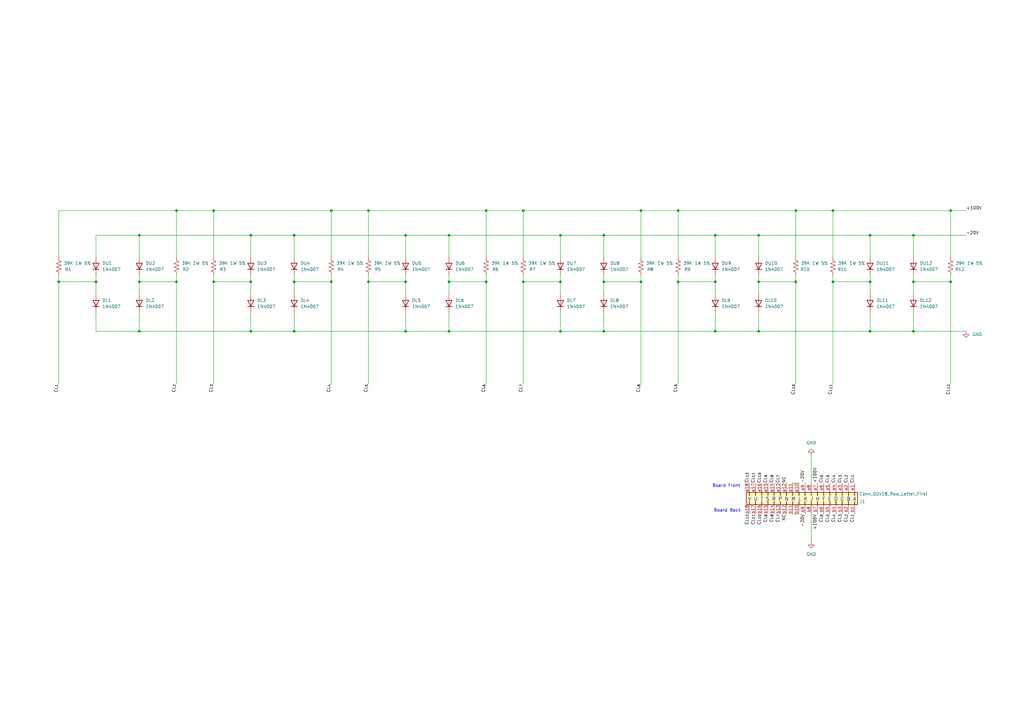
<source format=kicad_sch>
(kicad_sch (version 20211123) (generator eeschema)
  (paper "A3")
  (lib_symbols
    (symbol "Connector_Generic:Conn_02x18_Row_Letter_First" (pin_names (offset 1.016) hide)
      (property "Reference" "J" (at 1.27 22.86 0))
      (property "Value" "Conn_02x18_Row_Letter_First" (at 1.27 -25.4 0))
      (symbol "Conn_02x18_Row_Letter_First_1_1"
        (rectangle (start -1.27 -22.733) (end 0 -22.987) (stroke (width 0.1524)))
        (rectangle (start -1.27 -20.193) (end 0 -20.447) (stroke (width 0.1524)))
        (rectangle (start -1.27 -17.653) (end 0 -17.907) (stroke (width 0.1524)))
        (rectangle (start -1.27 -15.113) (end 0 -15.367) (stroke (width 0.1524)))
        (rectangle (start -1.27 -12.573) (end 0 -12.827) (stroke (width 0.1524)))
        (rectangle (start -1.27 -10.033) (end 0 -10.287) (stroke (width 0.1524)))
        (rectangle (start -1.27 -7.493) (end 0 -7.747) (stroke (width 0.1524)))
        (rectangle (start -1.27 -4.953) (end 0 -5.207) (stroke (width 0.1524)))
        (rectangle (start -1.27 -2.413) (end 0 -2.667) (stroke (width 0.1524)))
        (rectangle (start -1.27 0.127) (end 0 -0.127) (stroke (width 0.1524)))
        (rectangle (start -1.27 2.667) (end 0 2.413) (stroke (width 0.1524)))
        (rectangle (start -1.27 5.207) (end 0 4.953) (stroke (width 0.1524)))
        (rectangle (start -1.27 7.747) (end 0 7.493) (stroke (width 0.1524)))
        (rectangle (start -1.27 10.287) (end 0 10.033) (stroke (width 0.1524)))
        (rectangle (start -1.27 12.827) (end 0 12.573) (stroke (width 0.1524)))
        (rectangle (start -1.27 15.367) (end 0 15.113) (stroke (width 0.1524)))
        (rectangle (start -1.27 17.907) (end 0 17.653) (stroke (width 0.1524)))
        (rectangle (start -1.27 20.447) (end 0 20.193) (stroke (width 0.1524)))
        (rectangle (start -1.27 21.59) (end 3.81 -24.13) (stroke (width 0.254)) (fill (type background)))
        (rectangle (start 3.81 -22.733) (end 2.54 -22.987) (stroke (width 0.1524)))
        (rectangle (start 3.81 -20.193) (end 2.54 -20.447) (stroke (width 0.1524)))
        (rectangle (start 3.81 -17.653) (end 2.54 -17.907) (stroke (width 0.1524)))
        (rectangle (start 3.81 -15.113) (end 2.54 -15.367) (stroke (width 0.1524)))
        (rectangle (start 3.81 -12.573) (end 2.54 -12.827) (stroke (width 0.1524)))
        (rectangle (start 3.81 -10.033) (end 2.54 -10.287) (stroke (width 0.1524)))
        (rectangle (start 3.81 -7.493) (end 2.54 -7.747) (stroke (width 0.1524)))
        (rectangle (start 3.81 -4.953) (end 2.54 -5.207) (stroke (width 0.1524)))
        (rectangle (start 3.81 -2.413) (end 2.54 -2.667) (stroke (width 0.1524)))
        (rectangle (start 3.81 0.127) (end 2.54 -0.127) (stroke (width 0.1524)))
        (rectangle (start 3.81 2.667) (end 2.54 2.413) (stroke (width 0.1524)))
        (rectangle (start 3.81 5.207) (end 2.54 4.953) (stroke (width 0.1524)))
        (rectangle (start 3.81 7.747) (end 2.54 7.493) (stroke (width 0.1524)))
        (rectangle (start 3.81 10.287) (end 2.54 10.033) (stroke (width 0.1524)))
        (rectangle (start 3.81 12.827) (end 2.54 12.573) (stroke (width 0.1524)))
        (rectangle (start 3.81 15.367) (end 2.54 15.113) (stroke (width 0.1524)))
        (rectangle (start 3.81 17.907) (end 2.54 17.653) (stroke (width 0.1524)))
        (rectangle (start 3.81 20.447) (end 2.54 20.193) (stroke (width 0.1524)))
        (pin passive line (at -5.08 20.32 0) (length 3.81) (name "Pin_a1") (number "a1"))
        (pin passive line (at -5.08 -2.54 0) (length 3.81) (name "Pin_a10") (number "a10"))
        (pin passive line (at -5.08 -5.08 0) (length 3.81) (name "Pin_a11") (number "a11"))
        (pin passive line (at -5.08 -7.62 0) (length 3.81) (name "Pin_a12") (number "a12"))
        (pin passive line (at -5.08 -10.16 0) (length 3.81) (name "Pin_a13") (number "a13"))
        (pin passive line (at -5.08 -12.7 0) (length 3.81) (name "Pin_a14") (number "a14"))
        (pin passive line (at -5.08 -15.24 0) (length 3.81) (name "Pin_a15") (number "a15"))
        (pin passive line (at -5.08 -17.78 0) (length 3.81) (name "Pin_a16") (number "a16"))
        (pin passive line (at -5.08 -20.32 0) (length 3.81) (name "Pin_a17") (number "a17"))
        (pin passive line (at -5.08 -22.86 0) (length 3.81) (name "Pin_a18") (number "a18"))
        (pin passive line (at -5.08 17.78 0) (length 3.81) (name "Pin_a2") (number "a2"))
        (pin passive line (at -5.08 15.24 0) (length 3.81) (name "Pin_a3") (number "a3"))
        (pin passive line (at -5.08 12.7 0) (length 3.81) (name "Pin_a4") (number "a4"))
        (pin passive line (at -5.08 10.16 0) (length 3.81) (name "Pin_a5") (number "a5"))
        (pin passive line (at -5.08 7.62 0) (length 3.81) (name "Pin_a6") (number "a6"))
        (pin passive line (at -5.08 5.08 0) (length 3.81) (name "Pin_a7") (number "a7"))
        (pin passive line (at -5.08 2.54 0) (length 3.81) (name "Pin_a8") (number "a8"))
        (pin passive line (at -5.08 0 0) (length 3.81) (name "Pin_a9") (number "a9"))
        (pin passive line (at 7.62 20.32 180) (length 3.81) (name "Pin_b1") (number "b1"))
        (pin passive line (at 7.62 -2.54 180) (length 3.81) (name "Pin_b10") (number "b10"))
        (pin passive line (at 7.62 -5.08 180) (length 3.81) (name "Pin_b11") (number "b11"))
        (pin passive line (at 7.62 -7.62 180) (length 3.81) (name "Pin_b12") (number "b12"))
        (pin passive line (at 7.62 -10.16 180) (length 3.81) (name "Pin_b13") (number "b13"))
        (pin passive line (at 7.62 -12.7 180) (length 3.81) (name "Pin_b14") (number "b14"))
        (pin passive line (at 7.62 -15.24 180) (length 3.81) (name "Pin_b15") (number "b15"))
        (pin passive line (at 7.62 -17.78 180) (length 3.81) (name "Pin_b16") (number "b16"))
        (pin passive line (at 7.62 -20.32 180) (length 3.81) (name "Pin_b17") (number "b17"))
        (pin passive line (at 7.62 -22.86 180) (length 3.81) (name "Pin_b18") (number "b18"))
        (pin passive line (at 7.62 17.78 180) (length 3.81) (name "Pin_b2") (number "b2"))
        (pin passive line (at 7.62 15.24 180) (length 3.81) (name "Pin_b3") (number "b3"))
        (pin passive line (at 7.62 12.7 180) (length 3.81) (name "Pin_b4") (number "b4"))
        (pin passive line (at 7.62 10.16 180) (length 3.81) (name "Pin_b5") (number "b5"))
        (pin passive line (at 7.62 7.62 180) (length 3.81) (name "Pin_b6") (number "b6"))
        (pin passive line (at 7.62 5.08 180) (length 3.81) (name "Pin_b7") (number "b7"))
        (pin passive line (at 7.62 2.54 180) (length 3.81) (name "Pin_b8") (number "b8"))
        (pin passive line (at 7.62 0 180) (length 3.81) (name "Pin_b9") (number "b9"))
      )
    )
    (symbol "Device:R_US" (pin_numbers hide) (pin_names (offset 0))
      (property "Reference" "R" (at 2.54 0 90))
      (property "Value" "R_US" (at -2.54 0 90))
      (symbol "R_US_0_1"
        (polyline (pts (xy 0 -2.286) (xy 0 -2.54)))
        (polyline (pts (xy 0 2.286) (xy 0 2.54)))
        (polyline (pts (xy 0 -0.762) (xy 1.016 -1.143) (xy 0 -1.524) (xy -1.016 -1.905) (xy 0 -2.286)))
        (polyline (pts (xy 0 0.762) (xy 1.016 0.381) (xy 0 0) (xy -1.016 -0.381) (xy 0 -0.762)))
        (polyline (pts (xy 0 2.286) (xy 1.016 1.905) (xy 0 1.524) (xy -1.016 1.143) (xy 0 0.762)))
      )
      (symbol "R_US_1_1"
        (pin passive line (at 0 3.81 270) (length 1.27) (name "~") (number "1"))
        (pin passive line (at 0 -3.81 90) (length 1.27) (name "~") (number "2"))
      )
    )
    (symbol "Diode:1N4007" (pin_numbers hide) (pin_names (offset 1.016) hide)
      (property "Reference" "D" (at 0 2.54 0))
      (property "Value" "1N4007" (at 0 -2.54 0))
      (symbol "1N4007_0_1"
        (polyline (pts (xy -1.27 1.27) (xy -1.27 -1.27)) (stroke (width 0.254)))
        (polyline (pts (xy 1.27 0) (xy -1.27 0)))
        (polyline (pts (xy 1.27 1.27) (xy 1.27 -1.27) (xy -1.27 0) (xy 1.27 1.27)) (stroke (width 0.254)))
      )
      (symbol "1N4007_1_1"
        (pin passive line (at -3.81 0 0) (length 2.54) (name "K") (number "1"))
        (pin passive line (at 3.81 0 180) (length 2.54) (name "A") (number "2"))
      )
    )
    (symbol "power:GND" (power) (pin_names (offset 0))
      (property "Value" "GND" (at 0 -3.81 0))
      (symbol "GND_0_1"
        (polyline (pts (xy 0 0) (xy 0 -1.27) (xy 1.27 -1.27) (xy 0 -2.54) (xy -1.27 -1.27) (xy 0 -1.27)))
      )
      (symbol "GND_1_1"
        (pin power_in line (at 0 0 270) (length 0) hide (name "GND") (number "1"))
      )
    )
  )
  (junction (at 247.65 135.89))
  (junction (at 389.89 86.36))
  (junction (at 102.87 115.57))
  (junction (at 87.63 115.57))
  (junction (at 184.15 115.57))
  (junction (at 87.63 86.36))
  (junction (at 120.65 135.89))
  (junction (at 311.15 96.52))
  (junction (at 341.63 86.36))
  (junction (at 326.39 115.57))
  (junction (at 247.65 96.52))
  (junction (at 151.13 115.57))
  (junction (at 120.65 96.52))
  (junction (at 356.87 115.57))
  (junction (at 57.15 115.57))
  (junction (at 389.89 115.57))
  (junction (at 293.37 135.89))
  (junction (at 262.89 115.57))
  (junction (at 199.39 86.36))
  (junction (at 229.87 115.57))
  (junction (at 356.87 96.52))
  (junction (at 311.15 135.89))
  (junction (at 199.39 115.57))
  (junction (at 120.65 115.57))
  (junction (at 293.37 115.57))
  (junction (at 102.87 135.89))
  (junction (at 151.13 86.36))
  (junction (at 214.63 115.57))
  (junction (at 247.65 115.57))
  (junction (at 24.13 115.57))
  (junction (at 166.37 135.89))
  (junction (at 184.15 96.52))
  (junction (at 356.87 135.89))
  (junction (at 278.13 115.57))
  (junction (at 57.15 96.52))
  (junction (at 102.87 96.52))
  (junction (at 229.87 135.89))
  (junction (at 72.39 86.36))
  (junction (at 184.15 135.89))
  (junction (at 57.15 135.89))
  (junction (at 135.89 86.36))
  (junction (at 341.63 115.57))
  (junction (at 326.39 86.36))
  (junction (at 311.15 115.57))
  (junction (at 39.37 115.57))
  (junction (at 72.39 115.57))
  (junction (at 262.89 86.36))
  (junction (at 374.65 135.89))
  (junction (at 374.65 115.57))
  (junction (at 293.37 96.52))
  (junction (at 166.37 115.57))
  (junction (at 374.65 96.52))
  (junction (at 229.87 96.52))
  (junction (at 278.13 86.36))
  (junction (at 214.63 86.36))
  (junction (at 135.89 115.57))
  (junction (at 166.37 96.52))
  (wire (pts (xy 389.89 86.36) (xy 396.24 86.36)))
  (wire (pts (xy 247.65 135.89) (xy 293.37 135.89)))
  (wire (pts (xy 229.87 113.03) (xy 229.87 115.57)))
  (wire (pts (xy 102.87 135.89) (xy 120.65 135.89)))
  (wire (pts (xy 120.65 135.89) (xy 166.37 135.89)))
  (wire (pts (xy 214.63 86.36) (xy 262.89 86.36)))
  (wire (pts (xy 325.12 198.12) (xy 327.66 198.12)))
  (wire (pts (xy 184.15 115.57) (xy 184.15 120.65)))
  (wire (pts (xy 325.12 210.82) (xy 327.66 210.82)))
  (wire (pts (xy 356.87 96.52) (xy 374.65 96.52)))
  (wire (pts (xy 87.63 105.41) (xy 87.63 86.36)))
  (wire (pts (xy 326.39 115.57) (xy 311.15 115.57)))
  (wire (pts (xy 199.39 115.57) (xy 199.39 157.48)))
  (wire (pts (xy 135.89 86.36) (xy 135.89 105.41)))
  (wire (pts (xy 229.87 105.41) (xy 229.87 96.52)))
  (wire (pts (xy 341.63 115.57) (xy 341.63 157.48)))
  (wire (pts (xy 102.87 105.41) (xy 102.87 96.52)))
  (wire (pts (xy 39.37 135.89) (xy 57.15 135.89)))
  (wire (pts (xy 326.39 113.03) (xy 326.39 115.57)))
  (wire (pts (xy 214.63 115.57) (xy 214.63 157.48)))
  (wire (pts (xy 374.65 135.89) (xy 374.65 128.27)))
  (wire (pts (xy 120.65 113.03) (xy 120.65 115.57)))
  (wire (pts (xy 326.39 115.57) (xy 326.39 157.48)))
  (wire (pts (xy 229.87 115.57) (xy 229.87 120.65)))
  (wire (pts (xy 39.37 113.03) (xy 39.37 115.57)))
  (wire (pts (xy 72.39 115.57) (xy 57.15 115.57)))
  (wire (pts (xy 135.89 113.03) (xy 135.89 115.57)))
  (wire (pts (xy 341.63 86.36) (xy 389.89 86.36)))
  (wire (pts (xy 293.37 115.57) (xy 293.37 120.65)))
  (wire (pts (xy 199.39 113.03) (xy 199.39 115.57)))
  (wire (pts (xy 247.65 113.03) (xy 247.65 115.57)))
  (wire (pts (xy 262.89 115.57) (xy 247.65 115.57)))
  (wire (pts (xy 374.65 135.89) (xy 396.24 135.89)))
  (wire (pts (xy 166.37 96.52) (xy 184.15 96.52)))
  (wire (pts (xy 374.65 96.52) (xy 374.65 105.41)))
  (wire (pts (xy 311.15 135.89) (xy 311.15 128.27)))
  (wire (pts (xy 247.65 96.52) (xy 247.65 105.41)))
  (wire (pts (xy 389.89 86.36) (xy 389.89 105.41)))
  (wire (pts (xy 39.37 96.52) (xy 57.15 96.52)))
  (wire (pts (xy 311.15 115.57) (xy 311.15 120.65)))
  (wire (pts (xy 72.39 113.03) (xy 72.39 115.57)))
  (wire (pts (xy 87.63 115.57) (xy 87.63 157.48)))
  (wire (pts (xy 57.15 96.52) (xy 102.87 96.52)))
  (wire (pts (xy 24.13 86.36) (xy 72.39 86.36)))
  (wire (pts (xy 39.37 115.57) (xy 39.37 120.65)))
  (wire (pts (xy 24.13 113.03) (xy 24.13 115.57)))
  (wire (pts (xy 374.65 113.03) (xy 374.65 115.57)))
  (wire (pts (xy 57.15 135.89) (xy 102.87 135.89)))
  (wire (pts (xy 151.13 115.57) (xy 151.13 157.48)))
  (wire (pts (xy 199.39 86.36) (xy 199.39 105.41)))
  (wire (pts (xy 293.37 96.52) (xy 311.15 96.52)))
  (wire (pts (xy 199.39 115.57) (xy 184.15 115.57)))
  (wire (pts (xy 135.89 115.57) (xy 135.89 157.48)))
  (wire (pts (xy 247.65 115.57) (xy 247.65 120.65)))
  (wire (pts (xy 341.63 113.03) (xy 341.63 115.57)))
  (wire (pts (xy 332.74 222.25) (xy 332.74 210.82)))
  (wire (pts (xy 184.15 96.52) (xy 229.87 96.52)))
  (wire (pts (xy 120.65 115.57) (xy 120.65 120.65)))
  (wire (pts (xy 262.89 86.36) (xy 278.13 86.36)))
  (wire (pts (xy 356.87 128.27) (xy 356.87 135.89)))
  (wire (pts (xy 229.87 128.27) (xy 229.87 135.89)))
  (wire (pts (xy 151.13 86.36) (xy 199.39 86.36)))
  (wire (pts (xy 102.87 113.03) (xy 102.87 115.57)))
  (wire (pts (xy 214.63 115.57) (xy 229.87 115.57)))
  (wire (pts (xy 166.37 135.89) (xy 184.15 135.89)))
  (wire (pts (xy 389.89 115.57) (xy 374.65 115.57)))
  (wire (pts (xy 151.13 115.57) (xy 166.37 115.57)))
  (wire (pts (xy 39.37 128.27) (xy 39.37 135.89)))
  (wire (pts (xy 24.13 115.57) (xy 24.13 157.48)))
  (wire (pts (xy 184.15 113.03) (xy 184.15 115.57)))
  (wire (pts (xy 166.37 128.27) (xy 166.37 135.89)))
  (wire (pts (xy 293.37 113.03) (xy 293.37 115.57)))
  (wire (pts (xy 120.65 96.52) (xy 120.65 105.41)))
  (wire (pts (xy 24.13 115.57) (xy 39.37 115.57)))
  (wire (pts (xy 278.13 86.36) (xy 326.39 86.36)))
  (wire (pts (xy 87.63 115.57) (xy 102.87 115.57)))
  (wire (pts (xy 102.87 115.57) (xy 102.87 120.65)))
  (wire (pts (xy 374.65 96.52) (xy 396.24 96.52)))
  (wire (pts (xy 356.87 115.57) (xy 356.87 120.65)))
  (wire (pts (xy 247.65 135.89) (xy 247.65 128.27)))
  (wire (pts (xy 102.87 128.27) (xy 102.87 135.89)))
  (wire (pts (xy 87.63 86.36) (xy 135.89 86.36)))
  (wire (pts (xy 326.39 86.36) (xy 326.39 105.41)))
  (wire (pts (xy 72.39 115.57) (xy 72.39 157.48)))
  (wire (pts (xy 120.65 135.89) (xy 120.65 128.27)))
  (wire (pts (xy 374.65 115.57) (xy 374.65 120.65)))
  (wire (pts (xy 278.13 113.03) (xy 278.13 115.57)))
  (wire (pts (xy 184.15 96.52) (xy 184.15 105.41)))
  (wire (pts (xy 102.87 96.52) (xy 120.65 96.52)))
  (wire (pts (xy 229.87 135.89) (xy 247.65 135.89)))
  (wire (pts (xy 356.87 113.03) (xy 356.87 115.57)))
  (wire (pts (xy 57.15 115.57) (xy 57.15 120.65)))
  (wire (pts (xy 57.15 113.03) (xy 57.15 115.57)))
  (wire (pts (xy 356.87 135.89) (xy 374.65 135.89)))
  (wire (pts (xy 311.15 96.52) (xy 311.15 105.41)))
  (wire (pts (xy 262.89 115.57) (xy 262.89 157.48)))
  (wire (pts (xy 72.39 86.36) (xy 87.63 86.36)))
  (wire (pts (xy 356.87 105.41) (xy 356.87 96.52)))
  (wire (pts (xy 229.87 96.52) (xy 247.65 96.52)))
  (wire (pts (xy 184.15 135.89) (xy 229.87 135.89)))
  (wire (pts (xy 166.37 115.57) (xy 166.37 120.65)))
  (wire (pts (xy 57.15 135.89) (xy 57.15 128.27)))
  (wire (pts (xy 135.89 115.57) (xy 120.65 115.57)))
  (wire (pts (xy 151.13 105.41) (xy 151.13 86.36)))
  (wire (pts (xy 214.63 113.03) (xy 214.63 115.57)))
  (wire (pts (xy 341.63 105.41) (xy 341.63 86.36)))
  (wire (pts (xy 214.63 105.41) (xy 214.63 86.36)))
  (wire (pts (xy 24.13 105.41) (xy 24.13 86.36)))
  (wire (pts (xy 262.89 113.03) (xy 262.89 115.57)))
  (wire (pts (xy 166.37 105.41) (xy 166.37 96.52)))
  (wire (pts (xy 278.13 115.57) (xy 293.37 115.57)))
  (wire (pts (xy 293.37 128.27) (xy 293.37 135.89)))
  (wire (pts (xy 293.37 105.41) (xy 293.37 96.52)))
  (wire (pts (xy 262.89 86.36) (xy 262.89 105.41)))
  (wire (pts (xy 311.15 135.89) (xy 356.87 135.89)))
  (wire (pts (xy 332.74 186.69) (xy 332.74 198.12)))
  (wire (pts (xy 120.65 96.52) (xy 166.37 96.52)))
  (wire (pts (xy 341.63 115.57) (xy 356.87 115.57)))
  (wire (pts (xy 135.89 86.36) (xy 151.13 86.36)))
  (wire (pts (xy 199.39 86.36) (xy 214.63 86.36)))
  (wire (pts (xy 278.13 115.57) (xy 278.13 157.48)))
  (wire (pts (xy 151.13 113.03) (xy 151.13 115.57)))
  (wire (pts (xy 184.15 135.89) (xy 184.15 128.27)))
  (wire (pts (xy 278.13 105.41) (xy 278.13 86.36)))
  (wire (pts (xy 389.89 113.03) (xy 389.89 115.57)))
  (wire (pts (xy 247.65 96.52) (xy 293.37 96.52)))
  (wire (pts (xy 326.39 86.36) (xy 341.63 86.36)))
  (wire (pts (xy 389.89 115.57) (xy 389.89 157.48)))
  (wire (pts (xy 166.37 113.03) (xy 166.37 115.57)))
  (wire (pts (xy 57.15 96.52) (xy 57.15 105.41)))
  (wire (pts (xy 311.15 96.52) (xy 356.87 96.52)))
  (wire (pts (xy 39.37 105.41) (xy 39.37 96.52)))
  (wire (pts (xy 311.15 113.03) (xy 311.15 115.57)))
  (wire (pts (xy 293.37 135.89) (xy 311.15 135.89)))
  (wire (pts (xy 72.39 86.36) (xy 72.39 105.41)))
  (wire (pts (xy 87.63 113.03) (xy 87.63 115.57)))
  (text "Board Back" (at 292.735 210.185 0) (effects (font (size 1.27 1.27)) (justify left bottom)))
  (text "Board Front" (at 292.1 200.025 0) (effects (font (size 1.27 1.27)) (justify left bottom)))
  (text "V U T S R P N M L K J H F E D C B A" (at 306.705 205.74 0) (effects (font (size 1.48 1.48)) (justify left bottom)))
  (label "CL_{2}" (at 72.39 157.48 270))
  (label "CL_{11}" (at 309.88 198.12 90))
  (label "CL_{11}" (at 309.88 210.82 270))
  (label "-20V" (at 330.2 210.82 270))
  (label "CL_{6}" (at 337.82 210.82 270))
  (label "CL_{12}" (at 307.34 210.82 270))
  (label "CL_{5}" (at 151.13 157.48 270))
  (label "CL_{9}" (at 314.96 210.82 270))
  (label "CL_{11}" (at 341.63 157.48 270))
  (label "CL_{1}" (at 350.52 210.82 270))
  (label "CL_{10}" (at 312.42 198.12 90))
  (label "CL_{8}" (at 262.89 157.48 270))
  (label "CL_{1}" (at 350.52 198.12 90))
  (label "CL_{2}" (at 347.98 198.12 90))
  (label "CL_{1}" (at 24.13 157.48 270))
  (label "CL_{12}" (at 307.34 198.12 90))
  (label "CL_{12}" (at 389.89 157.48 270))
  (label "CL_{4}" (at 342.9 210.82 270))
  (label "CL_{5}" (at 340.36 198.12 90))
  (label "CL_{10}" (at 312.42 210.82 270))
  (label "CL_{3}" (at 345.44 210.82 270))
  (label "CL_{8}" (at 317.5 210.82 270))
  (label "CL_{8}" (at 317.5 198.12 90))
  (label "CL_{2}" (at 347.98 210.82 270))
  (label "+100V" (at 396.24 86.36 0))
  (label "NC" (at 322.58 210.82 270))
  (label "CL_{6}" (at 337.82 198.12 90))
  (label "CL_{6}" (at 199.39 157.48 270))
  (label "CL_{3}" (at 87.63 157.48 270))
  (label "CL_{4}" (at 135.89 157.48 270))
  (label "-20V" (at 330.2 198.12 90))
  (label "CL_{7}" (at 320.04 210.82 270))
  (label "CL_{9}" (at 314.96 198.12 90))
  (label "CL_{3}" (at 345.44 198.12 90))
  (label "+100V" (at 335.28 210.82 270))
  (label "CL_{4}" (at 342.9 198.12 90))
  (label "CL_{7}" (at 214.63 157.48 270))
  (label "NC" (at 322.58 198.12 90))
  (label "CL_{9}" (at 278.13 157.48 270))
  (label "+100V" (at 335.28 198.12 90))
  (label "CL_{7}" (at 320.04 198.12 90))
  (label "CL_{10}" (at 326.39 157.48 270))
  (label "-20V" (at 396.24 96.52 0))
  (label "CL_{5}" (at 340.36 210.82 270))
  (symbol (lib_id "Diode:1N4007") (at 247.65 124.46 90) (unit 1)
    (property "Reference" "DL8" (at 250.19 123.1899 90) (effects (justify right)))
    (property "Value" "1N4007" (at 250.19 125.7299 90) (effects (justify right)))
    (property "Footprint" "Diode_THT:D_DO-35_SOD27_P12.70mm_Horizontal" (effects hide))
    (property "Datasheet" "http://www.vishay.com/docs/88503/1n4001.pdf" (effects hide))
  )
  (symbol (lib_id "Diode:1N4007") (at 311.15 109.22 90) (unit 1)
    (property "Reference" "DU10" (at 313.69 107.9499 90) (effects (justify right)))
    (property "Value" "1N4007" (at 313.69 110.4899 90) (effects (justify right)))
    (property "Footprint" "Diode_THT:D_DO-35_SOD27_P12.70mm_Horizontal" (effects hide))
    (property "Datasheet" "http://www.vishay.com/docs/88503/1n4001.pdf" (effects hide))
  )
  (symbol (lib_id "Diode:1N4007") (at 229.87 109.22 90) (unit 1)
    (property "Reference" "DU7" (at 232.41 107.9499 90) (effects (justify right)))
    (property "Value" "1N4007" (at 232.41 110.4899 90) (effects (justify right)))
    (property "Footprint" "Diode_THT:D_DO-35_SOD27_P12.70mm_Horizontal" (effects hide))
    (property "Datasheet" "http://www.vishay.com/docs/88503/1n4001.pdf" (effects hide))
  )
  (symbol (lib_id "Diode:1N4007") (at 184.15 124.46 90) (unit 1)
    (property "Reference" "DL6" (at 186.69 123.1899 90) (effects (justify right)))
    (property "Value" "1N4007" (at 186.69 125.7299 90) (effects (justify right)))
    (property "Footprint" "Diode_THT:D_DO-35_SOD27_P12.70mm_Horizontal" (effects hide))
    (property "Datasheet" "http://www.vishay.com/docs/88503/1n4001.pdf" (effects hide))
  )
  (symbol (lib_id "Connector_Generic:Conn_02x18_Row_Letter_First") (at 330.2 203.2 270) (unit 1)
    (property "Reference" "J1" (at 353.695 205.74 90))
    (property "Value" "Conn_02x18_Row_Letter_First" (at 366.395 202.565 90))
    (property "Footprint" "Bendix_G15:Card_Edge_N_Key" (effects hide))
  )
  (symbol (lib_id "Device:R_US") (at 199.39 109.22 180) (unit 1)
    (property "Reference" "R6" (at 203.2 110.49 0))
    (property "Value" "39K 1W 5%" (at 207.01 107.95 0))
    (property "Footprint" "Resistor_THT:R_Axial_DIN0617_L17.0mm_D6.0mm_P25.40mm_Horizontal" (effects hide))
  )
  (symbol (lib_id "power:GND") (at 332.74 186.69 180) (unit 1)
    (property "Reference" "#PWR0101" (effects hide))
    (property "Value" "GND" (at 332.74 181.61 0))
  )
  (symbol (lib_id "Device:R_US") (at 262.89 109.22 180) (unit 1)
    (property "Reference" "R8" (at 266.7 110.49 0))
    (property "Value" "39K 1W 5%" (at 270.51 107.95 0))
    (property "Footprint" "Resistor_THT:R_Axial_DIN0617_L17.0mm_D6.0mm_P25.40mm_Horizontal" (effects hide))
  )
  (symbol (lib_id "Diode:1N4007") (at 293.37 124.46 90) (unit 1)
    (property "Reference" "DL9" (at 295.91 123.1899 90) (effects (justify right)))
    (property "Value" "1N4007" (at 295.91 125.7299 90) (effects (justify right)))
    (property "Footprint" "Diode_THT:D_DO-35_SOD27_P12.70mm_Horizontal" (effects hide))
    (property "Datasheet" "http://www.vishay.com/docs/88503/1n4001.pdf" (effects hide))
  )
  (symbol (lib_id "Diode:1N4007") (at 166.37 109.22 90) (unit 1)
    (property "Reference" "DU5" (at 168.91 107.9499 90) (effects (justify right)))
    (property "Value" "1N4007" (at 168.91 110.4899 90) (effects (justify right)))
    (property "Footprint" "Diode_THT:D_DO-35_SOD27_P12.70mm_Horizontal" (effects hide))
    (property "Datasheet" "http://www.vishay.com/docs/88503/1n4001.pdf" (effects hide))
  )
  (symbol (lib_id "Diode:1N4007") (at 293.37 109.22 90) (unit 1)
    (property "Reference" "DU9" (at 295.91 107.9499 90) (effects (justify right)))
    (property "Value" "1N4007" (at 295.91 110.4899 90) (effects (justify right)))
    (property "Footprint" "Diode_THT:D_DO-35_SOD27_P12.70mm_Horizontal" (effects hide))
    (property "Datasheet" "http://www.vishay.com/docs/88503/1n4001.pdf" (effects hide))
  )
  (symbol (lib_id "Diode:1N4007") (at 120.65 109.22 90) (unit 1)
    (property "Reference" "DU4" (at 123.19 107.9499 90) (effects (justify right)))
    (property "Value" "1N4007" (at 123.19 110.4899 90) (effects (justify right)))
    (property "Footprint" "Diode_THT:D_DO-35_SOD27_P12.70mm_Horizontal" (effects hide))
    (property "Datasheet" "http://www.vishay.com/docs/88503/1n4001.pdf" (effects hide))
  )
  (symbol (lib_id "Diode:1N4007") (at 102.87 109.22 90) (unit 1)
    (property "Reference" "DU3" (at 105.41 107.9499 90) (effects (justify right)))
    (property "Value" "1N4007" (at 105.41 110.4899 90) (effects (justify right)))
    (property "Footprint" "Diode_THT:D_DO-35_SOD27_P12.70mm_Horizontal" (effects hide))
    (property "Datasheet" "http://www.vishay.com/docs/88503/1n4001.pdf" (effects hide))
  )
  (symbol (lib_id "Device:R_US") (at 87.63 109.22 180) (unit 1)
    (property "Reference" "R3" (at 91.44 110.49 0))
    (property "Value" "39K 1W 5%" (at 95.25 107.95 0))
    (property "Footprint" "Resistor_THT:R_Axial_DIN0617_L17.0mm_D6.0mm_P25.40mm_Horizontal" (effects hide))
  )
  (symbol (lib_id "Device:R_US") (at 151.13 109.22 180) (unit 1)
    (property "Reference" "R5" (at 154.94 110.49 0))
    (property "Value" "39K 1W 5%" (at 158.75 107.95 0))
    (property "Footprint" "Resistor_THT:R_Axial_DIN0617_L17.0mm_D6.0mm_P25.40mm_Horizontal" (effects hide))
  )
  (symbol (lib_id "power:GND") (at 332.74 222.25 0) (unit 1)
    (property "Reference" "#PWR0102" (effects hide))
    (property "Value" "GND" (at 332.74 227.33 0))
  )
  (symbol (lib_id "Diode:1N4007") (at 311.15 124.46 90) (unit 1)
    (property "Reference" "DL10" (at 313.69 123.1899 90) (effects (justify right)))
    (property "Value" "1N4007" (at 313.69 125.7299 90) (effects (justify right)))
    (property "Footprint" "Diode_THT:D_DO-35_SOD27_P12.70mm_Horizontal" (effects hide))
    (property "Datasheet" "http://www.vishay.com/docs/88503/1n4001.pdf" (effects hide))
  )
  (symbol (lib_id "Device:R_US") (at 135.89 109.22 180) (unit 1)
    (property "Reference" "R4" (at 139.7 110.49 0))
    (property "Value" "39K 1W 5%" (at 143.51 107.95 0))
    (property "Footprint" "Resistor_THT:R_Axial_DIN0617_L17.0mm_D6.0mm_P25.40mm_Horizontal" (effects hide))
  )
  (symbol (lib_id "Diode:1N4007") (at 374.65 124.46 90) (unit 1)
    (property "Reference" "DL12" (at 377.19 123.1899 90) (effects (justify right)))
    (property "Value" "1N4007" (at 377.19 125.7299 90) (effects (justify right)))
    (property "Footprint" "Diode_THT:D_DO-35_SOD27_P12.70mm_Horizontal" (effects hide))
    (property "Datasheet" "http://www.vishay.com/docs/88503/1n4001.pdf" (effects hide))
  )
  (symbol (lib_id "Diode:1N4007") (at 184.15 109.22 90) (unit 1)
    (property "Reference" "DU6" (at 186.69 107.9499 90) (effects (justify right)))
    (property "Value" "1N4007" (at 186.69 110.4899 90) (effects (justify right)))
    (property "Footprint" "Diode_THT:D_DO-35_SOD27_P12.70mm_Horizontal" (effects hide))
    (property "Datasheet" "http://www.vishay.com/docs/88503/1n4001.pdf" (effects hide))
  )
  (symbol (lib_id "Diode:1N4007") (at 356.87 124.46 90) (unit 1)
    (property "Reference" "DL11" (at 359.41 123.1899 90) (effects (justify right)))
    (property "Value" "1N4007" (at 359.41 125.7299 90) (effects (justify right)))
    (property "Footprint" "Diode_THT:D_DO-35_SOD27_P12.70mm_Horizontal" (effects hide))
    (property "Datasheet" "http://www.vishay.com/docs/88503/1n4001.pdf" (effects hide))
  )
  (symbol (lib_id "Diode:1N4007") (at 102.87 124.46 90) (unit 1)
    (property "Reference" "DL3" (at 105.41 123.1899 90) (effects (justify right)))
    (property "Value" "1N4007" (at 105.41 125.7299 90) (effects (justify right)))
    (property "Footprint" "Diode_THT:D_DO-35_SOD27_P12.70mm_Horizontal" (effects hide))
    (property "Datasheet" "http://www.vishay.com/docs/88503/1n4001.pdf" (effects hide))
  )
  (symbol (lib_id "Diode:1N4007") (at 374.65 109.22 90) (unit 1)
    (property "Reference" "DU12" (at 377.19 107.9499 90) (effects (justify right)))
    (property "Value" "1N4007" (at 377.19 110.4899 90) (effects (justify right)))
    (property "Footprint" "Diode_THT:D_DO-35_SOD27_P12.70mm_Horizontal" (effects hide))
    (property "Datasheet" "http://www.vishay.com/docs/88503/1n4001.pdf" (effects hide))
  )
  (symbol (lib_id "Device:R_US") (at 326.39 109.22 180) (unit 1)
    (property "Reference" "R10" (at 330.2 110.49 0))
    (property "Value" "39K 1W 5%" (at 334.01 107.95 0))
    (property "Footprint" "Resistor_THT:R_Axial_DIN0617_L17.0mm_D6.0mm_P25.40mm_Horizontal" (effects hide))
  )
  (symbol (lib_id "power:GND") (at 396.24 135.89 0) (unit 1)
    (property "Reference" "#PWR0103" (effects hide))
    (property "Value" "GND" (at 398.78 137.1599 0) (effects (justify left)))
  )
  (symbol (lib_id "Diode:1N4007") (at 247.65 109.22 90) (unit 1)
    (property "Reference" "DU8" (at 250.19 107.9499 90) (effects (justify right)))
    (property "Value" "1N4007" (at 250.19 110.4899 90) (effects (justify right)))
    (property "Footprint" "Diode_THT:D_DO-35_SOD27_P12.70mm_Horizontal" (effects hide))
    (property "Datasheet" "http://www.vishay.com/docs/88503/1n4001.pdf" (effects hide))
  )
  (symbol (lib_id "Device:R_US") (at 72.39 109.22 180) (unit 1)
    (property "Reference" "R2" (at 76.2 110.49 0))
    (property "Value" "39K 1W 5%" (at 80.01 107.95 0))
    (property "Footprint" "Resistor_THT:R_Axial_DIN0617_L17.0mm_D6.0mm_P25.40mm_Horizontal" (effects hide))
  )
  (symbol (lib_id "Device:R_US") (at 214.63 109.22 180) (unit 1)
    (property "Reference" "R7" (at 218.44 110.49 0))
    (property "Value" "39K 1W 5%" (at 222.25 107.95 0))
    (property "Footprint" "Resistor_THT:R_Axial_DIN0617_L17.0mm_D6.0mm_P25.40mm_Horizontal" (effects hide))
  )
  (symbol (lib_id "Diode:1N4007") (at 57.15 124.46 90) (unit 1)
    (property "Reference" "DL2" (at 59.69 123.1899 90) (effects (justify right)))
    (property "Value" "1N4007" (at 59.69 125.7299 90) (effects (justify right)))
    (property "Footprint" "Diode_THT:D_DO-35_SOD27_P12.70mm_Horizontal" (effects hide))
    (property "Datasheet" "http://www.vishay.com/docs/88503/1n4001.pdf" (effects hide))
  )
  (symbol (lib_id "Diode:1N4007") (at 166.37 124.46 90) (unit 1)
    (property "Reference" "DL5" (at 168.91 123.1899 90) (effects (justify right)))
    (property "Value" "1N4007" (at 168.91 125.7299 90) (effects (justify right)))
    (property "Footprint" "Diode_THT:D_DO-35_SOD27_P12.70mm_Horizontal" (effects hide))
    (property "Datasheet" "http://www.vishay.com/docs/88503/1n4001.pdf" (effects hide))
  )
  (symbol (lib_id "Diode:1N4007") (at 356.87 109.22 90) (unit 1)
    (property "Reference" "DU11" (at 359.41 107.9499 90) (effects (justify right)))
    (property "Value" "1N4007" (at 359.41 110.4899 90) (effects (justify right)))
    (property "Footprint" "Diode_THT:D_DO-35_SOD27_P12.70mm_Horizontal" (effects hide))
    (property "Datasheet" "http://www.vishay.com/docs/88503/1n4001.pdf" (effects hide))
  )
  (symbol (lib_id "Device:R_US") (at 389.89 109.22 180) (unit 1)
    (property "Reference" "R12" (at 393.7 110.49 0))
    (property "Value" "39K 1W 5%" (at 397.51 107.95 0))
    (property "Footprint" "Resistor_THT:R_Axial_DIN0617_L17.0mm_D6.0mm_P25.40mm_Horizontal" (effects hide))
  )
  (symbol (lib_id "Diode:1N4007") (at 57.15 109.22 90) (unit 1)
    (property "Reference" "DU2" (at 59.69 107.9499 90) (effects (justify right)))
    (property "Value" "1N4007" (at 59.69 110.4899 90) (effects (justify right)))
    (property "Footprint" "Diode_THT:D_DO-35_SOD27_P12.70mm_Horizontal" (effects hide))
    (property "Datasheet" "http://www.vishay.com/docs/88503/1n4001.pdf" (effects hide))
  )
  (symbol (lib_id "Diode:1N4007") (at 39.37 124.46 90) (unit 1)
    (property "Reference" "DL1" (at 41.91 123.1899 90) (effects (justify right)))
    (property "Value" "1N4007" (at 41.91 125.7299 90) (effects (justify right)))
    (property "Footprint" "Diode_THT:D_DO-35_SOD27_P12.70mm_Horizontal" (effects hide))
    (property "Datasheet" "http://www.vishay.com/docs/88503/1n4001.pdf" (effects hide))
  )
  (symbol (lib_id "Device:R_US") (at 24.13 109.22 180) (unit 1)
    (property "Reference" "R1" (at 27.94 110.49 0))
    (property "Value" "39K 1W 5%" (at 31.75 107.95 0))
    (property "Footprint" "Resistor_THT:R_Axial_DIN0617_L17.0mm_D6.0mm_P25.40mm_Horizontal" (effects hide))
  )
  (symbol (lib_id "Diode:1N4007") (at 229.87 124.46 90) (unit 1)
    (property "Reference" "DL7" (at 232.41 123.1899 90) (effects (justify right)))
    (property "Value" "1N4007" (at 232.41 125.7299 90) (effects (justify right)))
    (property "Footprint" "Diode_THT:D_DO-35_SOD27_P12.70mm_Horizontal" (effects hide))
    (property "Datasheet" "http://www.vishay.com/docs/88503/1n4001.pdf" (effects hide))
  )
  (symbol (lib_id "Device:R_US") (at 278.13 109.22 180) (unit 1)
    (property "Reference" "R9" (at 281.94 110.49 0))
    (property "Value" "39K 1W 5%" (at 285.75 107.95 0))
    (property "Footprint" "Resistor_THT:R_Axial_DIN0617_L17.0mm_D6.0mm_P25.40mm_Horizontal" (effects hide))
  )
  (symbol (lib_id "Device:R_US") (at 341.63 109.22 180) (unit 1)
    (property "Reference" "R11" (at 345.44 110.49 0))
    (property "Value" "39K 1W 5%" (at 349.25 107.95 0))
    (property "Footprint" "Resistor_THT:R_Axial_DIN0617_L17.0mm_D6.0mm_P25.40mm_Horizontal" (effects hide))
  )
  (symbol (lib_id "Diode:1N4007") (at 39.37 109.22 90) (unit 1)
    (property "Reference" "DU1" (at 41.91 107.9499 90) (effects (justify right)))
    (property "Value" "1N4007" (at 41.91 110.4899 90) (effects (justify right)))
    (property "Footprint" "Diode_THT:D_DO-35_SOD27_P12.70mm_Horizontal" (effects hide))
    (property "Datasheet" "http://www.vishay.com/docs/88503/1n4001.pdf" (effects hide))
  )
  (symbol (lib_id "Diode:1N4007") (at 120.65 124.46 90) (unit 1)
    (property "Reference" "DL4" (at 123.19 123.1899 90) (effects (justify right)))
    (property "Value" "1N4007" (at 123.19 125.7299 90) (effects (justify right)))
    (property "Footprint" "Diode_THT:D_DO-35_SOD27_P12.70mm_Horizontal" (effects hide))
    (property "Datasheet" "http://www.vishay.com/docs/88503/1n4001.pdf" (effects hide))
  )
)
</source>
